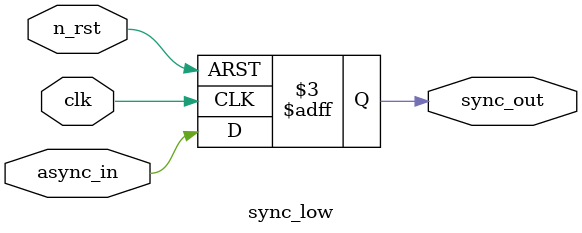
<source format=sv>

module sync_low
(
  input wire clk,
  input wire n_rst,
  input wire async_in,
  output reg sync_out
);

reg sync_out2;

always_ff @ (posedge clk, negedge n_rst)
begin 
  if(1'b0 == n_rst)
  begin
    sync_out <= 1'b0;
    sync_out2 <= 1'b0;
  end
  else
  begin
    sync_out <= async_in;
    sync_out2 <= sync_out; 
  end
end


endmodule 
</source>
